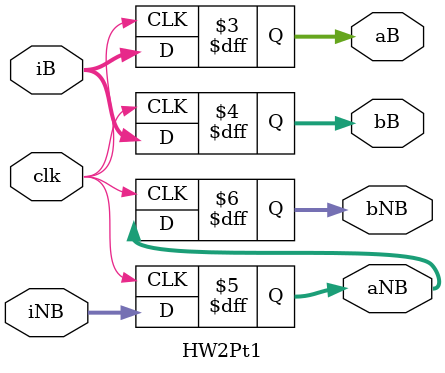
<source format=v>


`timescale 1ns/100ps
	
	module HW2Pt1 (input clk, input [7:0] iNB, iB,
				 output reg [7:0] aNB, bNB, aB, bB);
				 
	always @(posedge clk) begin
		aNB <= iNB;
		bNB <= aNB;
	end
	
	always @(posedge clk) begin
		aB = iB;
		bB = aB;
	end
	
endmodule
</source>
